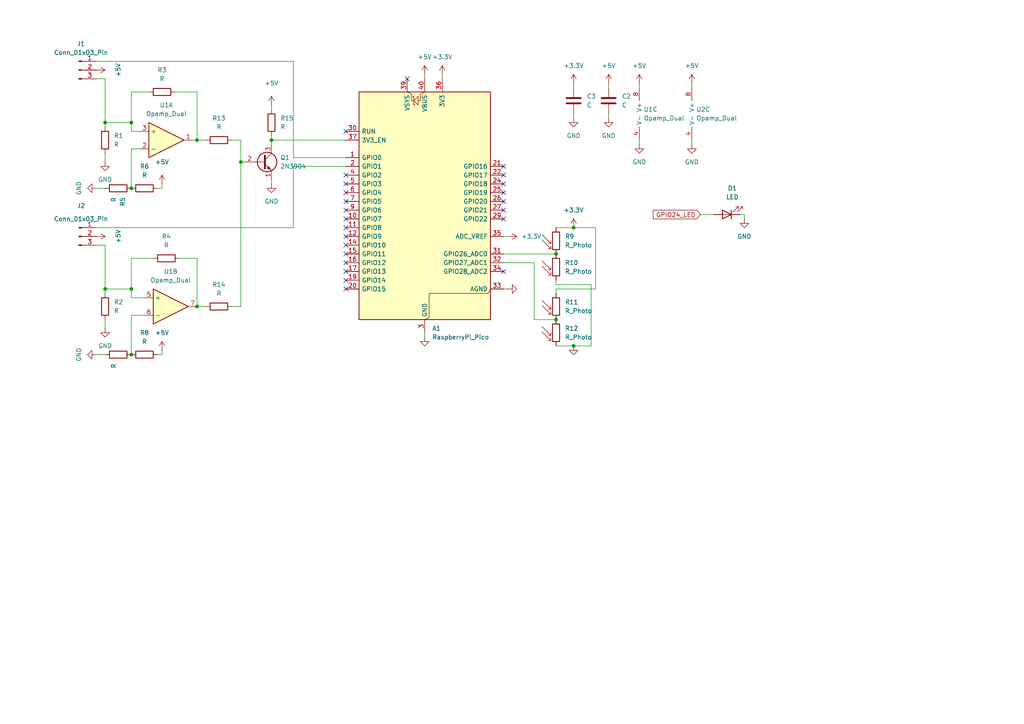
<source format=kicad_sch>
(kicad_sch (version 20250114) (generator "eeschema") (generator_version "9.0")
  (paper "A4")
  (lib_symbols
    (symbol "Connector:Conn_01x03_Pin" (pin_names (offset 1.016) (hide yes))
      (property "Reference" "J" (at 0 5.08 0))
      (property "Value" "Conn_01x03_Pin" (at 0 -5.08 0))
      (symbol "Conn_01x03_Pin_1_1"
        (rectangle (start 0.8636 2.667) (end 0 2.413) (stroke (width 0.1524)) (fill (type outline)))
        (rectangle (start 0.8636 0.127) (end 0 -0.127) (stroke (width 0.1524)) (fill (type outline)))
        (rectangle (start 0.8636 -2.413) (end 0 -2.667) (stroke (width 0.1524)) (fill (type outline)))
        (polyline (pts (xy 1.27 2.54) (xy 0.8636 2.54)) (stroke (width 0.1524)))
        (polyline (pts (xy 1.27 0) (xy 0.8636 0)) (stroke (width 0.1524)))
        (polyline (pts (xy 1.27 -2.54) (xy 0.8636 -2.54)) (stroke (width 0.1524)))
        (pin passive line (at 5.08 2.54 180) (length 3.81) (name "Pin_1") (number "1"))
        (pin passive line (at 5.08 0 180) (length 3.81) (name "Pin_2") (number "2"))
        (pin passive line (at 5.08 -2.54 180) (length 3.81) (name "Pin_3") (number "3"))
      )
    )
    (symbol "Device:C" (pin_numbers (hide yes)) (pin_names (offset 0.254))
      (property "Reference" "C" (at 0.635 2.54 0))
      (property "Value" "C" (at 0.635 -2.54 0))
      (symbol "C_0_1"
        (polyline (pts (xy -2.032 0.762) (xy 2.032 0.762)) (stroke (width 0.508)))
        (polyline (pts (xy -2.032 -0.762) (xy 2.032 -0.762)) (stroke (width 0.508)))
      )
      (symbol "C_1_1"
        (pin passive line (at 0 3.81 270) (length 2.794) (name "~") (number "1"))
        (pin passive line (at 0 -3.81 90) (length 2.794) (name "~") (number "2"))
      )
    )
    (symbol "Device:LED" (pin_numbers (hide yes)) (pin_names (offset 1.016) (hide yes))
      (property "Reference" "D" (at 0 2.54 0))
      (property "Value" "LED" (at 0 -2.54 0))
      (symbol "LED_0_1"
        (polyline (pts (xy -3.048 -0.762) (xy -4.572 -2.286) (xy -3.81 -2.286) (xy -4.572 -2.286) (xy -4.572 -1.524)))
        (polyline (pts (xy -1.778 -0.762) (xy -3.302 -2.286) (xy -2.54 -2.286) (xy -3.302 -2.286) (xy -3.302 -1.524)))
        (polyline (pts (xy -1.27 0) (xy 1.27 0)))
        (polyline (pts (xy -1.27 -1.27) (xy -1.27 1.27)) (stroke (width 0.254)))
        (polyline (pts (xy 1.27 -1.27) (xy 1.27 1.27) (xy -1.27 0) (xy 1.27 -1.27)) (stroke (width 0.254)))
      )
      (symbol "LED_1_1"
        (pin passive line (at -3.81 0 0) (length 2.54) (name "K") (number "1"))
        (pin passive line (at 3.81 0 180) (length 2.54) (name "A") (number "2"))
      )
    )
    (symbol "Device:Opamp_Dual"
      (property "Reference" "U" (at 0 5.08 0))
      (property "Value" "Opamp_Dual" (at 0 -5.08 0))
      (symbol "Opamp_Dual_1_1"
        (polyline (pts (xy -5.08 5.08) (xy 5.08 0) (xy -5.08 -5.08) (xy -5.08 5.08)) (stroke (width 0.254)) (fill (type background)))
        (pin input line (at -7.62 2.54 0) (length 2.54) (name "+") (number "3"))
        (pin input line (at -7.62 -2.54 0) (length 2.54) (name "-") (number "2"))
        (pin output line (at 7.62 0 180) (length 2.54) (name "~") (number "1"))
      )
      (symbol "Opamp_Dual_2_1"
        (polyline (pts (xy -5.08 5.08) (xy 5.08 0) (xy -5.08 -5.08) (xy -5.08 5.08)) (stroke (width 0.254)) (fill (type background)))
        (pin input line (at -7.62 2.54 0) (length 2.54) (name "+") (number "5"))
        (pin input line (at -7.62 -2.54 0) (length 2.54) (name "-") (number "6"))
        (pin output line (at 7.62 0 180) (length 2.54) (name "~") (number "7"))
      )
      (symbol "Opamp_Dual_3_1"
        (pin power_in line (at -2.54 7.62 270) (length 3.81) (name "V+") (number "8"))
        (pin power_in line (at -2.54 -7.62 90) (length 3.81) (name "V-") (number "4"))
      )
    )
    (symbol "Device:R" (pin_numbers (hide yes)) (pin_names (offset 0))
      (property "Reference" "R" (at 2.032 0 90))
      (property "Value" "R" (at 0 0 90))
      (symbol "R_0_1"
        (rectangle (start -1.016 -2.54) (end 1.016 2.54) (stroke (width 0.254)))
      )
      (symbol "R_1_1"
        (pin passive line (at 0 3.81 270) (length 1.27) (name "~") (number "1"))
        (pin passive line (at 0 -3.81 90) (length 1.27) (name "~") (number "2"))
      )
    )
    (symbol "Device:R_Photo" (pin_numbers (hide yes)) (pin_names (offset 0))
      (property "Reference" "R" (at 1.27 1.27 0))
      (property "Value" "R_Photo" (at 1.27 0 0))
      (symbol "R_Photo_0_1"
        (polyline (pts (xy -1.524 -0.762) (xy -4.064 1.778)))
        (polyline (pts (xy -1.524 -0.762) (xy -2.286 -0.762)))
        (polyline (pts (xy -1.524 -0.762) (xy -1.524 0)))
        (polyline (pts (xy -1.524 -2.286) (xy -4.064 0.254)))
        (polyline (pts (xy -1.524 -2.286) (xy -2.286 -2.286)))
        (polyline (pts (xy -1.524 -2.286) (xy -1.524 -1.524)))
        (rectangle (start -1.016 2.54) (end 1.016 -2.54) (stroke (width 0.254)))
      )
      (symbol "R_Photo_1_1"
        (pin passive line (at 0 3.81 270) (length 1.27) (name "~") (number "1"))
        (pin passive line (at 0 -3.81 90) (length 1.27) (name "~") (number "2"))
      )
    )
    (symbol "MCU_Module:RaspberryPi_Pico" (pin_names (offset 0.762))
      (property "Reference" "A" (at -19.05 35.56 0))
      (property "Value" "RaspberryPi_Pico" (at 7.62 35.56 0))
      (symbol "RaspberryPi_Pico_0_1"
        (rectangle (start -19.05 34.29) (end 19.05 -31.75) (stroke (width 0.254)) (fill (type background)))
        (polyline (pts (xy -5.08 34.29) (xy -3.81 33.655) (xy -3.81 31.75) (xy -3.175 31.75)))
        (polyline (pts (xy -3.429 32.766) (xy -3.429 33.02) (xy -3.175 33.02) (xy -3.175 30.48) (xy -2.921 30.48) (xy -2.921 30.734)))
        (polyline (pts (xy -3.175 31.75) (xy -1.905 33.02) (xy -1.905 30.48) (xy -3.175 31.75)))
        (polyline (pts (xy 0 34.29) (xy -1.27 33.655) (xy -1.27 31.75) (xy -1.905 31.75)))
        (polyline (pts (xy 0 -31.75) (xy 1.27 -31.115) (xy 1.27 -24.13) (xy 18.415 -24.13) (xy 19.05 -22.86)))
      )
      (symbol "RaspberryPi_Pico_1_1"
        (pin passive line (at -22.86 22.86 0) (length 3.81) (name "RUN") (number "30"))
        (pin passive line (at -22.86 20.32 0) (length 3.81) (name "3V3_EN") (number "37"))
        (pin bidirectional line (at -22.86 15.24 0) (length 3.81) (name "GPIO0") (number "1"))
        (pin bidirectional line (at -22.86 12.7 0) (length 3.81) (name "GPIO1") (number "2"))
        (pin bidirectional line (at -22.86 10.16 0) (length 3.81) (name "GPIO2") (number "4"))
        (pin bidirectional line (at -22.86 7.62 0) (length 3.81) (name "GPIO3") (number "5"))
        (pin bidirectional line (at -22.86 5.08 0) (length 3.81) (name "GPIO4") (number "6"))
        (pin bidirectional line (at -22.86 2.54 0) (length 3.81) (name "GPIO5") (number "7"))
        (pin bidirectional line (at -22.86 0 0) (length 3.81) (name "GPIO6") (number "9"))
        (pin bidirectional line (at -22.86 -2.54 0) (length 3.81) (name "GPIO7") (number "10"))
        (pin bidirectional line (at -22.86 -5.08 0) (length 3.81) (name "GPIO8") (number "11"))
        (pin bidirectional line (at -22.86 -7.62 0) (length 3.81) (name "GPIO9") (number "12"))
        (pin bidirectional line (at -22.86 -10.16 0) (length 3.81) (name "GPIO10") (number "14"))
        (pin bidirectional line (at -22.86 -12.7 0) (length 3.81) (name "GPIO11") (number "15"))
        (pin bidirectional line (at -22.86 -15.24 0) (length 3.81) (name "GPIO12") (number "16"))
        (pin bidirectional line (at -22.86 -17.78 0) (length 3.81) (name "GPIO13") (number "17"))
        (pin bidirectional line (at -22.86 -20.32 0) (length 3.81) (name "GPIO14") (number "19"))
        (pin bidirectional line (at -22.86 -22.86 0) (length 3.81) (name "GPIO15") (number "20"))
        (pin power_in line (at -5.08 38.1 270) (length 3.81) (name "VSYS") (number "39"))
        (pin power_out line (at 0 38.1 270) (length 3.81) (name "VBUS") (number "40"))
        (pin passive line (at 0 -35.56 90) (length 3.81) (hide yes) (name "GND") (number "13"))
        (pin passive line (at 0 -35.56 90) (length 3.81) (hide yes) (name "GND") (number "18"))
        (pin passive line (at 0 -35.56 90) (length 3.81) (hide yes) (name "GND") (number "23"))
        (pin passive line (at 0 -35.56 90) (length 3.81) (hide yes) (name "GND") (number "28"))
        (pin power_out line (at 0 -35.56 90) (length 3.81) (name "GND") (number "3"))
        (pin passive line (at 0 -35.56 90) (length 3.81) (hide yes) (name "GND") (number "38"))
        (pin passive line (at 0 -35.56 90) (length 3.81) (hide yes) (name "GND") (number "8"))
        (pin power_out line (at 5.08 38.1 270) (length 3.81) (name "3V3") (number "36"))
        (pin bidirectional line (at 22.86 12.7 180) (length 3.81) (name "GPIO16") (number "21"))
        (pin bidirectional line (at 22.86 10.16 180) (length 3.81) (name "GPIO17") (number "22"))
        (pin bidirectional line (at 22.86 7.62 180) (length 3.81) (name "GPIO18") (number "24"))
        (pin bidirectional line (at 22.86 5.08 180) (length 3.81) (name "GPIO19") (number "25"))
        (pin bidirectional line (at 22.86 2.54 180) (length 3.81) (name "GPIO20") (number "26"))
        (pin bidirectional line (at 22.86 0 180) (length 3.81) (name "GPIO21") (number "27"))
        (pin bidirectional line (at 22.86 -2.54 180) (length 3.81) (name "GPIO22") (number "29"))
        (pin power_in line (at 22.86 -7.62 180) (length 3.81) (name "ADC_VREF") (number "35"))
        (pin bidirectional line (at 22.86 -12.7 180) (length 3.81) (name "GPIO26_ADC0") (number "31"))
        (pin bidirectional line (at 22.86 -15.24 180) (length 3.81) (name "GPIO27_ADC1") (number "32"))
        (pin bidirectional line (at 22.86 -17.78 180) (length 3.81) (name "GPIO28_ADC2") (number "34"))
        (pin power_out line (at 22.86 -22.86 180) (length 3.81) (name "AGND") (number "33"))
      )
    )
    (symbol "Opamp_Dual_1"
      (property "Reference" "U" (at 0 5.08 0))
      (property "Value" "Opamp_Dual" (at 0 -5.08 0))
      (symbol "Opamp_Dual_1_1_1"
        (polyline (pts (xy -5.08 5.08) (xy 5.08 0) (xy -5.08 -5.08) (xy -5.08 5.08)) (stroke (width 0.254)) (fill (type background)))
        (pin input line (at -7.62 2.54 0) (length 2.54) (name "+") (number "3"))
        (pin input line (at -7.62 -2.54 0) (length 2.54) (name "-") (number "2"))
        (pin output line (at 7.62 0 180) (length 2.54) (name "~") (number "1"))
      )
      (symbol "Opamp_Dual_1_2_1"
        (polyline (pts (xy -5.08 5.08) (xy 5.08 0) (xy -5.08 -5.08) (xy -5.08 5.08)) (stroke (width 0.254)) (fill (type background)))
        (pin input line (at -7.62 2.54 0) (length 2.54) (name "+") (number "5"))
        (pin input line (at -7.62 -2.54 0) (length 2.54) (name "-") (number "6"))
        (pin output line (at 7.62 0 180) (length 2.54) (name "~") (number "7"))
      )
      (symbol "Opamp_Dual_1_3_1"
        (pin power_in line (at -2.54 7.62 270) (length 3.81) (name "V+") (number "8"))
        (pin power_in line (at -2.54 -7.62 90) (length 3.81) (name "V-") (number "4"))
      )
    )
    (symbol "Transistor_BJT:2N3904" (pin_names (offset 0) (hide yes))
      (property "Reference" "Q" (at 5.08 1.905 0))
      (property "Value" "2N3904" (at 5.08 0 0))
      (symbol "2N3904_0_1"
        (polyline (pts (xy -2.54 0) (xy 0.635 0)))
        (polyline (pts (xy 0.635 1.905) (xy 0.635 -1.905)) (stroke (width 0.508)))
        (circle (center 1.27 0) (radius 2.8194) (stroke (width 0.254)))
      )
      (symbol "2N3904_1_1"
        (polyline (pts (xy 0.635 0.635) (xy 2.54 2.54)))
        (polyline (pts (xy 0.635 -0.635) (xy 2.54 -2.54)))
        (polyline (pts (xy 1.27 -1.778) (xy 1.778 -1.27) (xy 2.286 -2.286) (xy 1.27 -1.778)) (fill (type outline)))
        (pin input line (at -5.08 0 0) (length 2.54) (name "B") (number "2"))
        (pin passive line (at 2.54 5.08 270) (length 2.54) (name "C") (number "3"))
        (pin passive line (at 2.54 -5.08 90) (length 2.54) (name "E") (number "1"))
      )
    )
    (symbol "power:+3.3V" (power) (pin_numbers (hide yes)) (pin_names (offset 0) (hide yes))
      (property "Value" "+3.3V" (at 0 3.556 0))
      (symbol "+3.3V_0_1"
        (polyline (pts (xy -0.762 1.27) (xy 0 2.54)))
        (polyline (pts (xy 0 2.54) (xy 0.762 1.27)))
        (polyline (pts (xy 0 0) (xy 0 2.54)))
      )
      (symbol "+3.3V_1_1"
        (pin power_in line (at 0 0 90) (length 0) (name "~") (number "1"))
      )
    )
    (symbol "power:+5V" (power) (pin_numbers (hide yes)) (pin_names (offset 0) (hide yes))
      (property "Value" "+5V" (at 0 3.556 0))
      (symbol "+5V_0_1"
        (polyline (pts (xy -0.762 1.27) (xy 0 2.54)))
        (polyline (pts (xy 0 2.54) (xy 0.762 1.27)))
        (polyline (pts (xy 0 0) (xy 0 2.54)))
      )
      (symbol "+5V_1_1"
        (pin power_in line (at 0 0 90) (length 0) (name "~") (number "1"))
      )
    )
    (symbol "power:GND" (power) (pin_numbers (hide yes)) (pin_names (offset 0) (hide yes))
      (property "Value" "GND" (at 0 -3.81 0))
      (symbol "GND_0_1"
        (polyline (pts (xy 0 0) (xy 0 -1.27) (xy 1.27 -1.27) (xy 0 -2.54) (xy -1.27 -1.27) (xy 0 -1.27)))
      )
      (symbol "GND_1_1"
        (pin power_in line (at 0 0 270) (length 0) (name "~") (number "1"))
      )
    )
  )
  (junction (at 38.1 54.61))
  (junction (at 38.1 83.82))
  (junction (at 166.37 66.04))
  (junction (at 30.48 35.56))
  (junction (at 161.29 73.66))
  (junction (at 38.1 102.87))
  (junction (at 78.74 40.64))
  (junction (at 38.1 35.56))
  (junction (at 57.15 88.9))
  (junction (at 166.37 100.33))
  (junction (at 161.29 92.71))
  (junction (at 57.15 40.64))
  (junction (at 30.48 83.82))
  (junction (at 69.85 46.99))
  (no_connect (at 146.05 55.88))
  (no_connect (at 146.05 60.96))
  (no_connect (at 146.05 78.74))
  (no_connect (at 100.33 60.96))
  (no_connect (at 146.05 50.8))
  (no_connect (at 100.33 53.34))
  (no_connect (at 100.33 81.28))
  (no_connect (at 100.33 55.88))
  (no_connect (at 100.33 83.82))
  (no_connect (at 118.11 22.86))
  (no_connect (at 100.33 71.12))
  (no_connect (at 146.05 63.5))
  (no_connect (at 100.33 63.5))
  (no_connect (at 100.33 66.04))
  (no_connect (at 100.33 78.74))
  (no_connect (at 100.33 68.58))
  (no_connect (at 100.33 58.42))
  (no_connect (at 100.33 73.66))
  (no_connect (at 146.05 48.26))
  (no_connect (at 100.33 50.8))
  (no_connect (at 146.05 53.34))
  (no_connect (at 100.33 38.1))
  (no_connect (at 100.33 76.2))
  (no_connect (at 146.05 58.42))
  (wire (pts (xy 69.85 40.64) (xy 69.85 46.99)))
  (wire (pts (xy 27.94 54.61) (xy 30.48 54.61)))
  (wire (pts (xy 146.05 76.2) (xy 154.94 76.2)))
  (wire (pts (xy 172.72 83.82) (xy 172.72 66.04)))
  (wire (pts (xy 123.19 21.59) (xy 123.19 22.86)))
  (wire (pts (xy 38.1 26.67) (xy 38.1 35.56)))
  (wire (pts (xy 161.29 81.28) (xy 161.29 82.55)))
  (wire (pts (xy 69.85 46.99) (xy 71.12 46.99)))
  (wire (pts (xy 123.19 96.52) (xy 123.19 97.79)))
  (wire (pts (xy 59.69 40.64) (xy 57.15 40.64)))
  (wire (pts (xy 67.31 40.64) (xy 69.85 40.64)))
  (wire (pts (xy 38.1 91.44) (xy 38.1 102.87)))
  (wire (pts (xy 27.94 17.78) (xy 85.09 17.78)))
  (wire (pts (xy 128.27 21.59) (xy 128.27 22.86)))
  (wire (pts (xy 44.45 74.93) (xy 38.1 74.93)))
  (wire (pts (xy 57.15 74.93) (xy 57.15 88.9)))
  (wire (pts (xy 185.42 40.64) (xy 185.42 41.91)))
  (wire (pts (xy 78.74 40.64) (xy 100.33 40.64)))
  (wire (pts (xy 166.37 100.33) (xy 161.29 100.33)))
  (wire (pts (xy 38.1 74.93) (xy 38.1 83.82)))
  (wire (pts (xy 154.94 76.2) (xy 154.94 92.71)))
  (wire (pts (xy 30.48 35.56) (xy 30.48 36.83)))
  (wire (pts (xy 30.48 22.86) (xy 27.94 22.86)))
  (wire (pts (xy 30.48 22.86) (xy 30.48 35.56)))
  (wire (pts (xy 200.66 40.64) (xy 200.66 41.91)))
  (wire (pts (xy 30.48 85.09) (xy 30.48 83.82)))
  (wire (pts (xy 50.8 26.67) (xy 57.15 26.67)))
  (wire (pts (xy 147.32 83.82) (xy 146.05 83.82)))
  (wire (pts (xy 176.53 33.02) (xy 176.53 34.29)))
  (wire (pts (xy 85.09 48.26) (xy 85.09 66.04)))
  (wire (pts (xy 85.09 45.72) (xy 100.33 45.72)))
  (wire (pts (xy 215.9 62.23) (xy 214.63 62.23)))
  (wire (pts (xy 30.48 71.12) (xy 30.48 83.82)))
  (wire (pts (xy 30.48 44.45) (xy 30.48 46.99)))
  (wire (pts (xy 166.37 24.13) (xy 166.37 25.4)))
  (wire (pts (xy 57.15 26.67) (xy 57.15 40.64)))
  (wire (pts (xy 78.74 52.07) (xy 78.74 53.34)))
  (wire (pts (xy 38.1 91.44) (xy 41.91 91.44)))
  (wire (pts (xy 78.74 41.91) (xy 78.74 40.64)))
  (wire (pts (xy 147.32 68.58) (xy 146.05 68.58)))
  (wire (pts (xy 85.09 17.78) (xy 85.09 45.72)))
  (wire (pts (xy 166.37 66.04) (xy 172.72 66.04)))
  (wire (pts (xy 40.64 38.1) (xy 38.1 38.1)))
  (wire (pts (xy 203.2 62.23) (xy 207.01 62.23)))
  (wire (pts (xy 46.99 101.6) (xy 46.99 102.87)))
  (wire (pts (xy 52.07 74.93) (xy 57.15 74.93)))
  (wire (pts (xy 69.85 46.99) (xy 69.85 88.9)))
  (wire (pts (xy 30.48 71.12) (xy 27.94 71.12)))
  (wire (pts (xy 30.48 92.71) (xy 30.48 95.25)))
  (wire (pts (xy 78.74 39.37) (xy 78.74 40.64)))
  (wire (pts (xy 55.88 40.64) (xy 57.15 40.64)))
  (wire (pts (xy 78.74 30.48) (xy 78.74 31.75)))
  (wire (pts (xy 185.42 24.13) (xy 185.42 25.4)))
  (wire (pts (xy 166.37 33.02) (xy 166.37 34.29)))
  (wire (pts (xy 171.45 82.55) (xy 171.45 100.33)))
  (wire (pts (xy 161.29 82.55) (xy 171.45 82.55)))
  (wire (pts (xy 27.94 102.87) (xy 30.48 102.87)))
  (wire (pts (xy 46.99 53.34) (xy 46.99 54.61)))
  (wire (pts (xy 146.05 73.66) (xy 161.29 73.66)))
  (wire (pts (xy 38.1 38.1) (xy 38.1 35.56)))
  (wire (pts (xy 85.09 48.26) (xy 100.33 48.26)))
  (wire (pts (xy 59.69 88.9) (xy 57.15 88.9)))
  (wire (pts (xy 176.53 24.13) (xy 176.53 25.4)))
  (wire (pts (xy 46.99 54.61) (xy 45.72 54.61)))
  (wire (pts (xy 161.29 85.09) (xy 161.29 83.82)))
  (wire (pts (xy 27.94 66.04) (xy 85.09 66.04)))
  (wire (pts (xy 30.48 35.56) (xy 38.1 35.56)))
  (wire (pts (xy 43.18 26.67) (xy 38.1 26.67)))
  (wire (pts (xy 38.1 83.82) (xy 30.48 83.82)))
  (wire (pts (xy 38.1 86.36) (xy 38.1 83.82)))
  (wire (pts (xy 46.99 102.87) (xy 45.72 102.87)))
  (wire (pts (xy 215.9 63.5) (xy 215.9 62.23)))
  (wire (pts (xy 171.45 100.33) (xy 166.37 100.33)))
  (wire (pts (xy 38.1 43.18) (xy 38.1 54.61)))
  (wire (pts (xy 69.85 88.9) (xy 67.31 88.9)))
  (wire (pts (xy 41.91 86.36) (xy 38.1 86.36)))
  (wire (pts (xy 200.66 24.13) (xy 200.66 25.4)))
  (wire (pts (xy 154.94 92.71) (xy 161.29 92.71)))
  (wire (pts (xy 161.29 66.04) (xy 166.37 66.04)))
  (wire (pts (xy 40.64 43.18) (xy 38.1 43.18)))
  (wire (pts (xy 161.29 83.82) (xy 172.72 83.82)))
  (global_label "GPIO24_LED" (shape input) (at 203.2 62.23 180) (property "Intersheetrefs" "${INTERSHEET_REFS}" (effects (hide yes))))
  (symbol (lib_id "Device:R") (at 30.48 40.64 0) (unit 1)
    (property "Reference" "R1" (at 33.02 39.3699 0) (effects (justify left)))
    (property "Value" "R" (at 33.02 41.9099 0) (effects (justify left)))
    (property "Description" "Resistor" (effects (hide yes)))
  )
  (symbol (lib_id "Device:R") (at 41.91 54.61 90) (unit 1)
    (property "Reference" "R6" (at 41.91 48.26 90))
    (property "Value" "R" (at 41.91 50.8 90))
    (property "Description" "Resistor" (effects (hide yes)))
  )
  (symbol (lib_id "power:+3.3V") (at 147.32 68.58 270) (unit 1)
    (property "Reference" "#PWR024" (effects (hide yes)))
    (property "Value" "+3.3V" (at 151.13 68.5799 90) (effects (justify left)))
    (property "Description" "Power symbol creates a global label with name \"+3.3V\"" (effects (hide yes)))
  )
  (symbol (lib_id "Device:R") (at 63.5 88.9 90) (unit 1)
    (property "Reference" "R14" (at 63.5 82.55 90))
    (property "Value" "R" (at 63.5 85.09 90))
    (property "Description" "Resistor" (effects (hide yes)))
  )
  (symbol (lib_id "Connector:Conn_01x03_Pin") (at 22.86 68.58 0) (unit 1)
    (property "Reference" "J2" (at 23.495 59.69 0))
    (property "Value" "Conn_01x03_Pin" (at 23.495 63.5 0))
    (property "Footprint" "Connector_Wire:SolderWire-0.1sqmm_1x03_P3.6mm_D0.4mm_OD1mm" (effects (hide yes)))
    (property "Description" "Generic connector, single row, 01x03, script generated" (effects (hide yes)))
  )
  (symbol (lib_id "power:GND") (at 215.9 63.5 0) (unit 1)
    (property "Reference" "#PWR017" (effects (hide yes)))
    (property "Value" "GND" (at 215.9 68.58 0))
    (property "Description" "Power symbol creates a global label with name \"GND\" , ground" (effects (hide yes)))
  )
  (symbol (lib_id "Device:R") (at 41.91 102.87 90) (unit 1)
    (property "Reference" "R8" (at 41.91 96.52 90))
    (property "Value" "R" (at 41.91 99.06 90))
    (property "Description" "Resistor" (effects (hide yes)))
  )
  (symbol (lib_id "power:GND") (at 166.37 34.29 0) (unit 1)
    (property "Reference" "#PWR027" (effects (hide yes)))
    (property "Value" "GND" (at 166.37 39.37 0))
    (property "Description" "Power symbol creates a global label with name \"GND\" , ground" (effects (hide yes)))
  )
  (symbol (lib_id "power:GND") (at 176.53 34.29 0) (unit 1)
    (property "Reference" "#PWR026" (effects (hide yes)))
    (property "Value" "GND" (at 176.53 39.37 0))
    (property "Description" "Power symbol creates a global label with name \"GND\" , ground" (effects (hide yes)))
  )
  (symbol (lib_id "Device:R") (at 48.26 74.93 90) (unit 1)
    (property "Reference" "R4" (at 48.26 68.58 90))
    (property "Value" "R" (at 48.26 71.12 90))
    (property "Description" "Resistor" (effects (hide yes)))
  )
  (symbol (lib_id "Device:R") (at 34.29 54.61 90) (unit 1)
    (property "Reference" "R5" (at 35.5601 57.15 0) (effects (justify right)))
    (property "Value" "R" (at 33.0201 57.15 0) (effects (justify right)))
    (property "Description" "Resistor" (effects (hide yes)))
  )
  (symbol (lib_id "Device:R") (at 34.29 102.87 90) (unit 1)
    (property "Reference" "R7" (effects (hide yes)))
    (property "Value" "R" (at 33.0201 105.41 0) (effects (justify right)))
    (property "Description" "Resistor" (effects (hide yes)))
  )
  (symbol (lib_name "Opamp_Dual_1") (lib_id "Device:Opamp_Dual") (at 203.2 33.02 0) (unit 3)
    (property "Reference" "U2" (at 201.93 31.7499 0) (effects (justify left)))
    (property "Value" "Opamp_Dual" (at 201.93 34.2899 0) (effects (justify left)))
    (property "Description" "Dual operational amplifier" (effects (hide yes)))
    (property "Sim.Library" "${KICAD9_SYMBOL_DIR}/Simulation_SPICE.sp" (effects (hide yes)))
    (property "Sim.Name" "kicad_builtin_opamp_dual" (effects (hide yes)))
    (property "Sim.Device" "SUBCKT" (effects (hide yes)))
    (property "Sim.Pins" "1=out1 2=in1- 3=in1+ 4=vee 5=in2+ 6=in2- 7=out2 8=vcc" (effects (hide yes)))
  )
  (symbol (lib_id "power:+5V") (at 27.94 20.32 270) (unit 1)
    (property "Reference" "#PWR020" (effects (hide yes)))
    (property "Value" "+5V" (at 34.29 20.32 0))
    (property "Description" "Power symbol creates a global label with name \"+5V\"" (effects (hide yes)))
  )
  (symbol (lib_id "Device:C") (at 166.37 29.21 0) (unit 1)
    (property "Reference" "C3" (at 170.18 27.9399 0) (effects (justify left)))
    (property "Value" "C" (at 170.18 30.4799 0) (effects (justify left)))
    (property "Description" "Unpolarized capacitor" (effects (hide yes)))
  )
  (symbol (lib_id "power:GND") (at 166.37 100.33 0) (unit 1)
    (property "Reference" "#PWR015" (effects (hide yes)))
    (property "Value" "GND" (effects (hide yes)))
    (property "Description" "Power symbol creates a global label with name \"GND\" , ground" (effects (hide yes)))
  )
  (symbol (lib_id "Device:R") (at 30.48 88.9 0) (unit 1)
    (property "Reference" "R2" (at 33.02 87.6299 0) (effects (justify left)))
    (property "Value" "R" (at 33.02 90.1699 0) (effects (justify left)))
    (property "Description" "Resistor" (effects (hide yes)))
  )
  (symbol (lib_id "MCU_Module:RaspberryPi_Pico") (at 123.19 60.96 0) (unit 1)
    (property "Reference" "A1" (at 125.3333 95.25 0) (effects (justify left)))
    (property "Value" "RaspberryPi_Pico" (at 125.3333 97.79 0) (effects (justify left)))
    (property "Footprint" "Module:RaspberryPi_Pico_Common_Unspecified" (effects (hide yes)))
    (property "Datasheet" "https://datasheets.raspberrypi.com/pico/pico-datasheet.pdf" (effects (hide yes)))
    (property "Description" "Versatile and inexpensive microcontroller module powered by RP2040 dual-core Arm Cortex-M0+ processor up to 133 MHz, 264kB SRAM, 2MB QSPI flash; also supports Raspberry Pi Pico 2" (effects (hide yes)))
  )
  (symbol (lib_id "power:+5V") (at 46.99 101.6 0) (unit 1)
    (property "Reference" "#PWR012" (effects (hide yes)))
    (property "Value" "+5V" (at 46.99 96.52 0))
    (property "Description" "Power symbol creates a global label with name \"+5V\"" (effects (hide yes)))
  )
  (symbol (lib_id "Device:Opamp_Dual") (at 49.53 88.9 0) (unit 2)
    (property "Reference" "U1" (at 49.53 78.74 0))
    (property "Value" "Opamp_Dual" (at 49.53 81.28 0))
    (property "Description" "Dual operational amplifier" (effects (hide yes)))
    (property "Sim.Library" "${KICAD7_SYMBOL_DIR}/Simulation_SPICE.sp" (effects (hide yes)))
    (property "Sim.Name" "kicad_builtin_opamp_dual" (effects (hide yes)))
    (property "Sim.Device" "SUBCKT" (effects (hide yes)))
    (property "Sim.Pins" "1=out1 2=in1- 3=in1+ 4=vee 5=in2+ 6=in2- 7=out2 8=vcc" (effects (hide yes)))
  )
  (symbol (lib_id "power:GND") (at 200.66 41.91 0) (unit 1)
    (property "Reference" "#PWR014" (effects (hide yes)))
    (property "Value" "GND" (at 200.66 46.99 0))
    (property "Description" "Power symbol creates a global label with name \"GND\" , ground" (effects (hide yes)))
  )
  (symbol (lib_id "Transistor_BJT:2N3904") (at 76.2 46.99 0) (unit 1)
    (property "Reference" "Q1" (at 81.28 45.7199 0) (effects (justify left)))
    (property "Value" "2N3904" (at 81.28 48.2599 0) (effects (justify left)))
    (property "Footprint" "Package_TO_SOT_THT:TO-92_Inline" (effects (hide yes)))
    (property "Datasheet" "https://www.onsemi.com/pub/Collateral/2N3903-D.PDF" (effects (hide yes)))
    (property "Description" "0.2A Ic, 40V Vce, Small Signal NPN Transistor, TO-92" (effects (hide yes)))
  )
  (symbol (lib_id "power:GND") (at 27.94 54.61 270) (unit 1)
    (property "Reference" "#PWR09" (effects (hide yes)))
    (property "Value" "GND" (at 22.86 54.61 0))
    (property "Description" "Power symbol creates a global label with name \"GND\" , ground" (effects (hide yes)))
  )
  (symbol (lib_id "power:+5V") (at 200.66 24.13 0) (unit 1)
    (property "Reference" "#PWR013" (effects (hide yes)))
    (property "Value" "+5V" (at 200.66 19.05 0))
    (property "Description" "Power symbol creates a global label with name \"+5V\"" (effects (hide yes)))
  )
  (symbol (lib_id "Device:R_Photo") (at 161.29 69.85 0) (unit 1)
    (property "Reference" "R9" (at 163.83 68.5799 0) (effects (justify left)))
    (property "Value" "R_Photo" (at 163.83 71.1199 0) (effects (justify left)))
    (property "Description" "Photoresistor" (effects (hide yes)))
  )
  (symbol (lib_id "power:+5V") (at 185.42 24.13 0) (unit 1)
    (property "Reference" "#PWR07" (effects (hide yes)))
    (property "Value" "+5V" (at 185.42 19.05 0))
    (property "Description" "Power symbol creates a global label with name \"+5V\"" (effects (hide yes)))
  )
  (symbol (lib_id "power:GND") (at 30.48 95.25 0) (unit 1)
    (property "Reference" "#PWR02" (effects (hide yes)))
    (property "Value" "GND" (at 30.48 100.33 0))
    (property "Description" "Power symbol creates a global label with name \"GND\" , ground" (effects (hide yes)))
  )
  (symbol (lib_id "power:+5V") (at 176.53 24.13 0) (unit 1)
    (property "Reference" "#PWR025" (effects (hide yes)))
    (property "Value" "+5V" (at 176.53 19.05 0))
    (property "Description" "Power symbol creates a global label with name \"+5V\"" (effects (hide yes)))
  )
  (symbol (lib_id "Device:C") (at 176.53 29.21 0) (unit 1)
    (property "Reference" "C2" (at 180.34 27.9399 0) (effects (justify left)))
    (property "Value" "C" (at 180.34 30.4799 0) (effects (justify left)))
    (property "Description" "Unpolarized capacitor" (effects (hide yes)))
  )
  (symbol (lib_id "power:+3.3V") (at 166.37 66.04 0) (unit 1)
    (property "Reference" "#PWR023" (effects (hide yes)))
    (property "Value" "+3.3V" (at 166.37 60.96 0))
    (property "Description" "Power symbol creates a global label with name \"+3.3V\"" (effects (hide yes)))
  )
  (symbol (lib_id "Device:Opamp_Dual") (at 187.96 33.02 0) (unit 3)
    (property "Reference" "U1" (at 186.69 31.7499 0) (effects (justify left)))
    (property "Value" "Opamp_Dual" (at 186.69 34.2899 0) (effects (justify left)))
    (property "Description" "Dual operational amplifier" (effects (hide yes)))
    (property "Sim.Library" "${KICAD7_SYMBOL_DIR}/Simulation_SPICE.sp" (effects (hide yes)))
    (property "Sim.Name" "kicad_builtin_opamp_dual" (effects (hide yes)))
    (property "Sim.Device" "SUBCKT" (effects (hide yes)))
    (property "Sim.Pins" "1=out1 2=in1- 3=in1+ 4=vee 5=in2+ 6=in2- 7=out2 8=vcc" (effects (hide yes)))
  )
  (symbol (lib_id "power:+5V") (at 78.74 30.48 0) (unit 1)
    (property "Reference" "#PWR018" (effects (hide yes)))
    (property "Value" "+5V" (at 78.74 24.13 0))
    (property "Description" "Power symbol creates a global label with name \"+5V\"" (effects (hide yes)))
  )
  (symbol (lib_id "power:GND") (at 78.74 53.34 0) (unit 1)
    (property "Reference" "#PWR019" (effects (hide yes)))
    (property "Value" "GND" (at 78.74 58.42 0))
    (property "Description" "Power symbol creates a global label with name \"GND\" , ground" (effects (hide yes)))
  )
  (symbol (lib_id "power:+3.3V") (at 128.27 21.59 0) (unit 1)
    (property "Reference" "#PWR021" (effects (hide yes)))
    (property "Value" "+3.3V" (at 128.27 16.51 0))
    (property "Description" "Power symbol creates a global label with name \"+3.3V\"" (effects (hide yes)))
  )
  (symbol (lib_id "power:+5V") (at 27.94 68.58 270) (unit 1)
    (property "Reference" "#PWR028" (effects (hide yes)))
    (property "Value" "+5V" (at 34.29 68.58 0))
    (property "Description" "Power symbol creates a global label with name \"+5V\"" (effects (hide yes)))
  )
  (symbol (lib_id "power:GND") (at 30.48 46.99 0) (unit 1)
    (property "Reference" "#PWR01" (effects (hide yes)))
    (property "Value" "GND" (at 30.48 52.07 0))
    (property "Description" "Power symbol creates a global label with name \"GND\" , ground" (effects (hide yes)))
  )
  (symbol (lib_id "Connector:Conn_01x03_Pin") (at 22.86 20.32 0) (unit 1)
    (property "Reference" "J1" (at 23.495 12.7 0))
    (property "Value" "Conn_01x03_Pin" (at 23.495 15.24 0))
    (property "Footprint" "Connector_Wire:SolderWire-0.1sqmm_1x03_P3.6mm_D0.4mm_OD1mm" (effects (hide yes)))
    (property "Description" "Generic connector, single row, 01x03, script generated" (effects (hide yes)))
  )
  (symbol (lib_id "Device:R") (at 63.5 40.64 90) (unit 1)
    (property "Reference" "R13" (at 63.5 34.29 90))
    (property "Value" "R" (at 63.5 36.83 90))
    (property "Description" "Resistor" (effects (hide yes)))
  )
  (symbol (lib_id "Device:LED") (at 210.82 62.23 180) (unit 1)
    (property "Reference" "D1" (at 212.4075 54.61 0))
    (property "Value" "LED" (at 212.4075 57.15 0))
    (property "Description" "Light emitting diode" (effects (hide yes)))
    (property "Sim.Pins" "1=K 2=A" (effects (hide yes)))
  )
  (symbol (lib_id "Device:Opamp_Dual") (at 48.26 40.64 0) (unit 1)
    (property "Reference" "U1" (at 48.26 30.48 0))
    (property "Value" "Opamp_Dual" (at 48.26 33.02 0))
    (property "Description" "Dual operational amplifier" (effects (hide yes)))
    (property "Sim.Library" "${KICAD7_SYMBOL_DIR}/Simulation_SPICE.sp" (effects (hide yes)))
    (property "Sim.Name" "kicad_builtin_opamp_dual" (effects (hide yes)))
    (property "Sim.Device" "SUBCKT" (effects (hide yes)))
    (property "Sim.Pins" "1=out1 2=in1- 3=in1+ 4=vee 5=in2+ 6=in2- 7=out2 8=vcc" (effects (hide yes)))
  )
  (symbol (lib_id "Device:R") (at 46.99 26.67 90) (unit 1)
    (property "Reference" "R3" (at 46.99 20.32 90))
    (property "Value" "R" (at 46.99 22.86 90))
    (property "Description" "Resistor" (effects (hide yes)))
  )
  (symbol (lib_id "power:+5V") (at 46.99 53.34 0) (unit 1)
    (property "Reference" "#PWR011" (effects (hide yes)))
    (property "Value" "+5V" (at 46.99 46.99 0))
    (property "Description" "Power symbol creates a global label with name \"+5V\"" (effects (hide yes)))
  )
  (symbol (lib_id "Device:R_Photo") (at 161.29 96.52 0) (unit 1)
    (property "Reference" "R12" (at 163.83 95.2499 0) (effects (justify left)))
    (property "Value" "R_Photo" (at 163.83 97.7899 0) (effects (justify left)))
    (property "Description" "Photoresistor" (effects (hide yes)))
  )
  (symbol (lib_id "power:+5V") (at 123.19 21.59 0) (unit 1)
    (property "Reference" "#PWR05" (effects (hide yes)))
    (property "Value" "+5V" (at 123.19 16.51 0))
    (property "Description" "Power symbol creates a global label with name \"+5V\"" (effects (hide yes)))
  )
  (symbol (lib_id "power:GND") (at 27.94 102.87 270) (unit 1)
    (property "Reference" "#PWR010" (effects (hide yes)))
    (property "Value" "GND" (at 22.86 102.87 0))
    (property "Description" "Power symbol creates a global label with name \"GND\" , ground" (effects (hide yes)))
  )
  (symbol (lib_id "power:+3.3V") (at 166.37 24.13 0) (unit 1)
    (property "Reference" "#PWR022" (effects (hide yes)))
    (property "Value" "+3.3V" (at 166.37 19.05 0))
    (property "Description" "Power symbol creates a global label with name \"+3.3V\"" (effects (hide yes)))
  )
  (symbol (lib_id "Device:R_Photo") (at 161.29 77.47 0) (unit 1)
    (property "Reference" "R10" (at 163.83 76.1999 0) (effects (justify left)))
    (property "Value" "R_Photo" (at 163.83 78.7399 0) (effects (justify left)))
    (property "Description" "Photoresistor" (effects (hide yes)))
  )
  (symbol (lib_id "power:GND") (at 185.42 41.91 0) (unit 1)
    (property "Reference" "#PWR08" (effects (hide yes)))
    (property "Value" "GND" (at 185.42 46.99 0))
    (property "Description" "Power symbol creates a global label with name \"GND\" , ground" (effects (hide yes)))
  )
  (symbol (lib_id "power:GND") (at 123.19 97.79 0) (unit 1)
    (property "Reference" "#PWR06" (effects (hide yes)))
    (property "Value" "GND" (effects (hide yes)))
    (property "Description" "Power symbol creates a global label with name \"GND\" , ground" (effects (hide yes)))
  )
  (symbol (lib_id "power:GND") (at 147.32 83.82 90) (unit 1)
    (property "Reference" "#PWR016" (effects (hide yes)))
    (property "Value" "GND" (effects (hide yes)))
    (property "Description" "Power symbol creates a global label with name \"GND\" , ground" (effects (hide yes)))
  )
  (symbol (lib_id "Device:R") (at 78.74 35.56 180) (unit 1)
    (property "Reference" "R15" (at 81.28 34.2899 0) (effects (justify right)))
    (property "Value" "R" (at 81.28 36.8299 0) (effects (justify right)))
    (property "Description" "Resistor" (effects (hide yes)))
  )
  (symbol (lib_id "Device:R_Photo") (at 161.29 88.9 0) (unit 1)
    (property "Reference" "R11" (at 163.83 87.6299 0) (effects (justify left)))
    (property "Value" "R_Photo" (at 163.83 90.1699 0) (effects (justify left)))
    (property "Description" "Photoresistor" (effects (hide yes)))
  )
)
</source>
